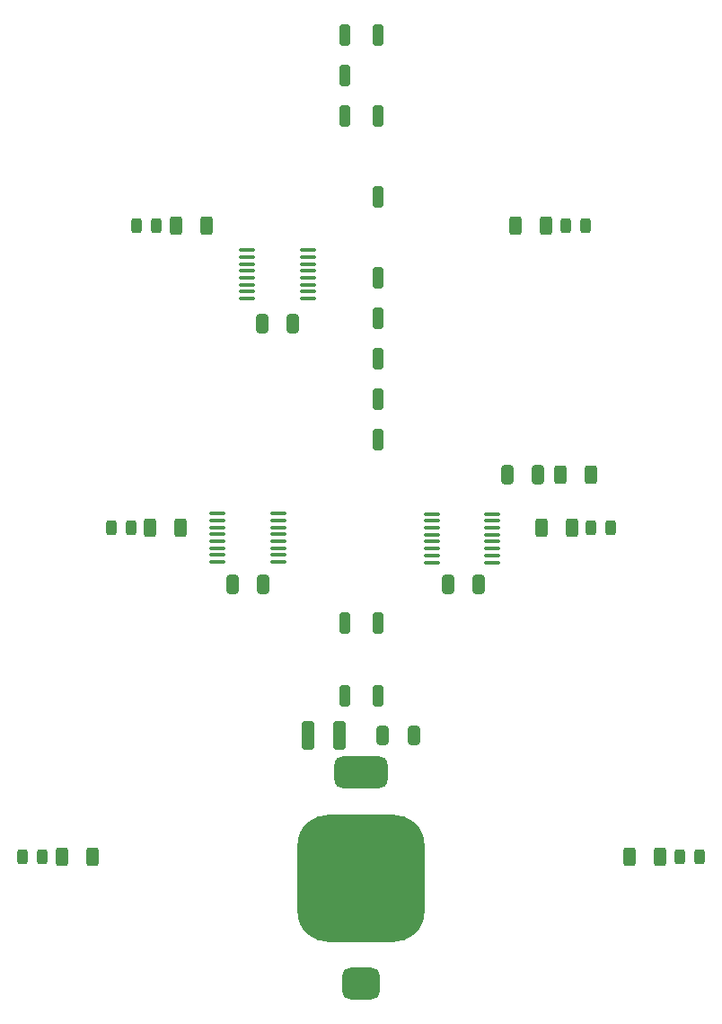
<source format=gtp>
%TF.GenerationSoftware,KiCad,Pcbnew,(6.0.9)*%
%TF.CreationDate,2022-12-10T14:06:51+01:00*%
%TF.ProjectId,PartoUno,50617274-6f55-46e6-9f2e-6b696361645f,rev?*%
%TF.SameCoordinates,Original*%
%TF.FileFunction,Paste,Top*%
%TF.FilePolarity,Positive*%
%FSLAX46Y46*%
G04 Gerber Fmt 4.6, Leading zero omitted, Abs format (unit mm)*
G04 Created by KiCad (PCBNEW (6.0.9)) date 2022-12-10 14:06:51*
%MOMM*%
%LPD*%
G01*
G04 APERTURE LIST*
G04 Aperture macros list*
%AMRoundRect*
0 Rectangle with rounded corners*
0 $1 Rounding radius*
0 $2 $3 $4 $5 $6 $7 $8 $9 X,Y pos of 4 corners*
0 Add a 4 corners polygon primitive as box body*
4,1,4,$2,$3,$4,$5,$6,$7,$8,$9,$2,$3,0*
0 Add four circle primitives for the rounded corners*
1,1,$1+$1,$2,$3*
1,1,$1+$1,$4,$5*
1,1,$1+$1,$6,$7*
1,1,$1+$1,$8,$9*
0 Add four rect primitives between the rounded corners*
20,1,$1+$1,$2,$3,$4,$5,0*
20,1,$1+$1,$4,$5,$6,$7,0*
20,1,$1+$1,$6,$7,$8,$9,0*
20,1,$1+$1,$8,$9,$2,$3,0*%
G04 Aperture macros list end*
%ADD10RoundRect,0.250000X-0.312500X-0.625000X0.312500X-0.625000X0.312500X0.625000X-0.312500X0.625000X0*%
%ADD11RoundRect,0.750000X1.000000X-0.750000X1.000000X0.750000X-1.000000X0.750000X-1.000000X-0.750000X0*%
%ADD12RoundRect,0.750000X1.750000X-0.750000X1.750000X0.750000X-1.750000X0.750000X-1.750000X-0.750000X0*%
%ADD13RoundRect,3.000000X3.000000X-3.000000X3.000000X3.000000X-3.000000X3.000000X-3.000000X-3.000000X0*%
%ADD14RoundRect,0.250000X-0.250000X-0.750000X0.250000X-0.750000X0.250000X0.750000X-0.250000X0.750000X0*%
%ADD15RoundRect,0.243750X-0.243750X-0.456250X0.243750X-0.456250X0.243750X0.456250X-0.243750X0.456250X0*%
%ADD16RoundRect,0.243750X0.243750X0.456250X-0.243750X0.456250X-0.243750X-0.456250X0.243750X-0.456250X0*%
%ADD17RoundRect,0.250000X0.325000X1.100000X-0.325000X1.100000X-0.325000X-1.100000X0.325000X-1.100000X0*%
%ADD18RoundRect,0.250000X0.325000X0.650000X-0.325000X0.650000X-0.325000X-0.650000X0.325000X-0.650000X0*%
%ADD19RoundRect,0.250000X0.312500X0.625000X-0.312500X0.625000X-0.312500X-0.625000X0.312500X-0.625000X0*%
%ADD20RoundRect,0.250000X-0.325000X-0.650000X0.325000X-0.650000X0.325000X0.650000X-0.325000X0.650000X0*%
%ADD21RoundRect,0.100000X-0.637500X-0.100000X0.637500X-0.100000X0.637500X0.100000X-0.637500X0.100000X0*%
%ADD22RoundRect,0.100000X0.637500X0.100000X-0.637500X0.100000X-0.637500X-0.100000X0.637500X-0.100000X0*%
G04 APERTURE END LIST*
D10*
%TO.C,R1*%
X122997500Y-78994000D03*
X125922500Y-78994000D03*
%TD*%
D11*
%TO.C,BT1*%
X140462000Y-150412000D03*
D12*
X140462000Y-130512000D03*
D13*
X140462000Y-140462000D03*
%TD*%
D14*
%TO.C,J7*%
X142113000Y-91567000D03*
%TD*%
%TO.C,J8*%
X142113000Y-87757000D03*
%TD*%
D15*
%TO.C,D21*%
X108536500Y-138430000D03*
X110411500Y-138430000D03*
%TD*%
D14*
%TO.C,J10*%
X142113000Y-99187000D03*
%TD*%
D10*
%TO.C,R9*%
X120559100Y-107442000D03*
X123484100Y-107442000D03*
%TD*%
D14*
%TO.C,J20*%
X142113000Y-83947000D03*
%TD*%
D16*
%TO.C,D13*%
X164005500Y-107442000D03*
X162130500Y-107442000D03*
%TD*%
D14*
%TO.C,J16*%
X138938000Y-61087000D03*
%TD*%
%TO.C,J18*%
X142113000Y-68707000D03*
%TD*%
%TO.C,J19*%
X142113000Y-76327000D03*
%TD*%
%TO.C,J31*%
X142113000Y-123317000D03*
%TD*%
D17*
%TO.C,C1*%
X138430000Y-127000000D03*
X135480000Y-127000000D03*
%TD*%
D15*
%TO.C,D1*%
X119267500Y-78994000D03*
X121142500Y-78994000D03*
%TD*%
D14*
%TO.C,J30*%
X142113000Y-116459000D03*
%TD*%
D18*
%TO.C,C4*%
X131269000Y-112776000D03*
X128319000Y-112776000D03*
%TD*%
D14*
%TO.C,J17*%
X142113000Y-61087000D03*
%TD*%
D19*
%TO.C,R3*%
X168696100Y-138430000D03*
X165771100Y-138430000D03*
%TD*%
D20*
%TO.C,C3*%
X142494000Y-127000000D03*
X145444000Y-127000000D03*
%TD*%
D14*
%TO.C,J28*%
X138938000Y-116459000D03*
%TD*%
D21*
%TO.C,U2*%
X126931500Y-106142000D03*
X126931500Y-106792000D03*
X126931500Y-107442000D03*
X126931500Y-108092000D03*
X126931500Y-108742000D03*
X126931500Y-109392000D03*
X126931500Y-110042000D03*
X126931500Y-110692000D03*
X132656500Y-110692000D03*
X132656500Y-110042000D03*
X132656500Y-109392000D03*
X132656500Y-108742000D03*
X132656500Y-108092000D03*
X132656500Y-107442000D03*
X132656500Y-106792000D03*
X132656500Y-106142000D03*
%TD*%
D10*
%TO.C,R21*%
X112227900Y-138430000D03*
X115152900Y-138430000D03*
%TD*%
D19*
%TO.C,R11*%
X160364900Y-107442000D03*
X157439900Y-107442000D03*
%TD*%
D20*
%TO.C,C6*%
X131113000Y-88265000D03*
X134063000Y-88265000D03*
%TD*%
D22*
%TO.C,U3*%
X152849500Y-110733000D03*
X152849500Y-110083000D03*
X152849500Y-109433000D03*
X152849500Y-108783000D03*
X152849500Y-108133000D03*
X152849500Y-107483000D03*
X152849500Y-106833000D03*
X152849500Y-106183000D03*
X147124500Y-106183000D03*
X147124500Y-106833000D03*
X147124500Y-107483000D03*
X147124500Y-108133000D03*
X147124500Y-108783000D03*
X147124500Y-109433000D03*
X147124500Y-110083000D03*
X147124500Y-110733000D03*
%TD*%
D16*
%TO.C,D3*%
X172387500Y-138430000D03*
X170512500Y-138430000D03*
%TD*%
D19*
%TO.C,R18*%
X157926500Y-78994000D03*
X155001500Y-78994000D03*
%TD*%
D14*
%TO.C,J14*%
X138938000Y-68707000D03*
%TD*%
D16*
%TO.C,D18*%
X161656500Y-78994000D03*
X159781500Y-78994000D03*
%TD*%
D20*
%TO.C,C2*%
X157177000Y-102440000D03*
X154227000Y-102440000D03*
%TD*%
D22*
%TO.C,U4*%
X135450500Y-85897000D03*
X135450500Y-85247000D03*
X135450500Y-84597000D03*
X135450500Y-83947000D03*
X135450500Y-83297000D03*
X135450500Y-82647000D03*
X135450500Y-81997000D03*
X135450500Y-81347000D03*
X129725500Y-81347000D03*
X129725500Y-81997000D03*
X129725500Y-82647000D03*
X129725500Y-83297000D03*
X129725500Y-83947000D03*
X129725500Y-84597000D03*
X129725500Y-85247000D03*
X129725500Y-85897000D03*
%TD*%
D14*
%TO.C,J9*%
X142113000Y-95377000D03*
%TD*%
D19*
%TO.C,R25*%
X159254000Y-102440000D03*
X162179000Y-102440000D03*
%TD*%
D14*
%TO.C,J29*%
X138938000Y-123317000D03*
%TD*%
%TO.C,J15*%
X138938000Y-64897000D03*
%TD*%
D20*
%TO.C,C5*%
X148639000Y-112776000D03*
X151589000Y-112776000D03*
%TD*%
D15*
%TO.C,D9*%
X116918500Y-107442000D03*
X118793500Y-107442000D03*
%TD*%
M02*

</source>
